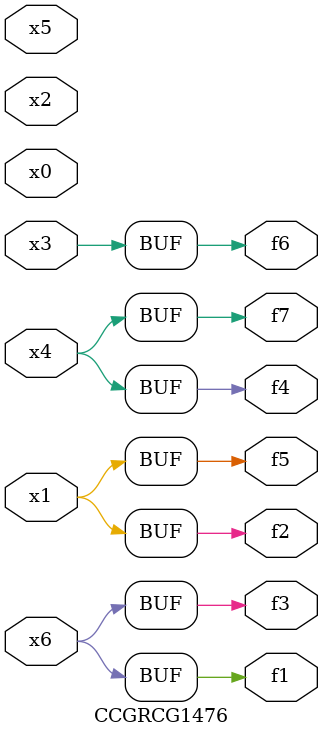
<source format=v>
module CCGRCG1476(
	input x0, x1, x2, x3, x4, x5, x6,
	output f1, f2, f3, f4, f5, f6, f7
);
	assign f1 = x6;
	assign f2 = x1;
	assign f3 = x6;
	assign f4 = x4;
	assign f5 = x1;
	assign f6 = x3;
	assign f7 = x4;
endmodule

</source>
